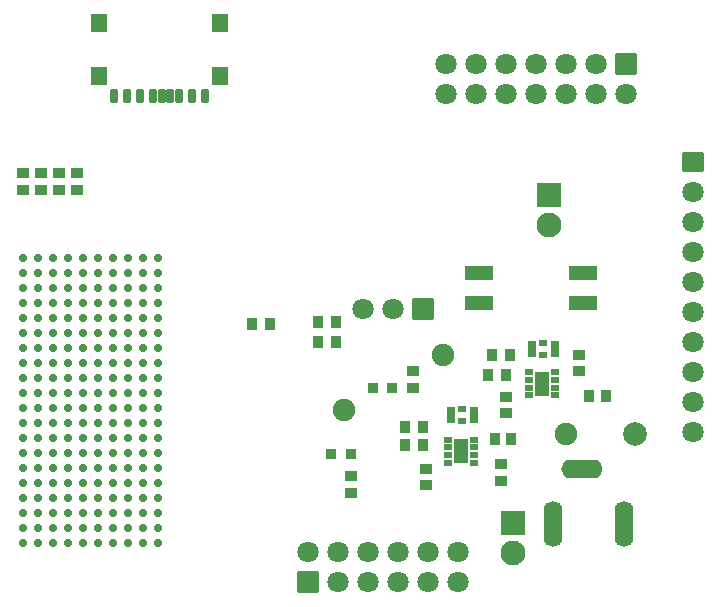
<source format=gts>
G04 Layer: TopSolderMaskLayer*
G04 EasyEDA Pro v2.2.40.8, 2025-08-03 21:23:04*
G04 Gerber Generator version 0.3*
G04 Scale: 100 percent, Rotated: No, Reflected: No*
G04 Dimensions in millimeters*
G04 Leading zeros omitted, absolute positions, 4 integers and 5 decimals*
G04 Generated by one-click*
%FSLAX45Y45*%
%MOMM*%
%AMRoundRect*1,1,$1,$2,$3*1,1,$1,$4,$5*1,1,$1,0-$2,0-$3*1,1,$1,0-$4,0-$5*20,1,$1,$2,$3,$4,$5,0*20,1,$1,$4,$5,0-$2,0-$3,0*20,1,$1,0-$2,0-$3,0-$4,0-$5,0*20,1,$1,0-$4,0-$5,$2,$3,0*4,1,4,$2,$3,$4,$5,0-$2,0-$3,0-$4,0-$5,$2,$3,0*%
%ADD10RoundRect,0.09131X-0.45514X-0.40514X-0.45514X0.40514*%
%ADD11RoundRect,0.09131X-0.40514X0.45514X0.40514X0.45514*%
%ADD12C,2.0016*%
%ADD13O,1.6016X3.90159*%
%ADD14O,3.50159X1.6016*%
%ADD15RoundRect,0.1002X-1.00234X-1.00234X-1.00234X1.00234*%
%ADD16RoundRect,0.09691X-1.00234X-1.00234X-1.00234X1.00234*%
%ADD17C,2.1016*%
%ADD18RoundRect,0.09618X-0.85271X0.85271X0.85271X0.85271*%
%ADD19C,1.8016*%
%ADD20RoundRect,0.09579X-0.8529X-0.7903X-0.8529X0.7903*%
%ADD21C,0.7416*%
%ADD22RoundRect,0.08875X-0.30643X0.63143X0.30643X0.63143*%
%ADD23RoundRect,0.08449X-0.30853X0.20856X0.30853X0.20856*%
%ADD24RoundRect,0.08449X-0.30856X0.20856X0.30856X0.20856*%
%ADD25RoundRect,0.09131X-0.40514X-0.40514X-0.40514X0.40514*%
%ADD26RoundRect,0.09138X-0.40835X0.43711X0.40835X0.43711*%
%ADD27RoundRect,0.09138X-0.43711X-0.40835X-0.43711X0.40835*%
%ADD28RoundRect,0.09231X-1.10384X-0.55384X-1.10384X0.55384*%
%ADD29C,1.9016*%
%ADD30RoundRect,0.0858X-0.33291X0.23291X0.33291X0.23291*%
%ADD31RoundRect,0.09368X-0.55396X-0.95396X-0.55396X0.95396*%
%ADD32RoundRect,0.08692X-0.25734X0.50734X0.25734X0.50734*%
%ADD33RoundRect,0.09473X-0.65343X0.70343X0.65343X0.70343*%
%ADD34C,1.80002*%
%ADD35RoundRect,0.09476X-0.85263X0.85263X0.85263X0.85263*%
G75*


G04 Pad Start*
G54D10*
G01X4432300Y1034898D03*
G01X4432300Y1174902D03*
G54D11*
G01X5315102Y1752600D03*
G01X5175098Y1752600D03*
G54D10*
G01X4470400Y1606398D03*
G01X4470400Y1746402D03*
G01X5092700Y2102002D03*
G01X5092700Y1961998D03*
G54D11*
G01X4515002Y1384300D03*
G01X4374998Y1384300D03*
G54D10*
G01X3797300Y996798D03*
G01X3797300Y1136802D03*
G54D12*
G01X5563964Y1429875D03*
G54D13*
G01X4868888Y669201D03*
G01X5468912Y669201D03*
G54D14*
G01X5118900Y1134199D03*
G54D16*
G01X4838700Y3454400D03*
G54D17*
G01X4838700Y3200400D03*
G54D18*
G01X3771900Y2489200D03*
G54D19*
G01X3517900Y2489200D03*
G01X3263900Y2489200D03*
G54D18*
G01X5486400Y4559300D03*
G54D19*
G01X5486400Y4305300D03*
G01X5232400Y4559300D03*
G01X5232400Y4305300D03*
G01X4978400Y4559300D03*
G01X4978400Y4305300D03*
G01X4724400Y4559300D03*
G01X4724400Y4305300D03*
G01X4470400Y4559300D03*
G01X4470400Y4305300D03*
G01X4216400Y4559300D03*
G01X4216400Y4305300D03*
G01X3962400Y4559300D03*
G01X3962400Y4305300D03*
G01X6057900Y1447800D03*
G01X6057900Y1701800D03*
G01X6057900Y1955800D03*
G01X6057900Y2209800D03*
G01X6057900Y2463800D03*
G01X6057900Y2717800D03*
G01X6057900Y2971800D03*
G01X6057900Y3225800D03*
G01X6057900Y3479800D03*
G54D20*
G01X6057900Y3733800D03*
G54D16*
G01X4533900Y673100D03*
G54D17*
G01X4533900Y419100D03*
G54D21*
G01X381000Y508000D03*
G01X381000Y635000D03*
G01X381000Y762000D03*
G01X381000Y889000D03*
G01X381000Y1016000D03*
G01X381000Y1143000D03*
G01X381000Y1270000D03*
G01X381000Y1397000D03*
G01X381000Y1524000D03*
G01X381000Y1651000D03*
G01X381000Y1778000D03*
G01X381000Y1905000D03*
G01X381000Y2032000D03*
G01X381000Y2159000D03*
G01X381000Y2286000D03*
G01X381000Y2413000D03*
G01X381000Y2540000D03*
G01X381000Y2667000D03*
G01X381000Y2794000D03*
G01X381000Y2921000D03*
G01X508000Y508000D03*
G01X508000Y635000D03*
G01X508000Y762000D03*
G01X508000Y889000D03*
G01X508000Y1016000D03*
G01X508000Y1143000D03*
G01X508000Y1270000D03*
G01X508000Y1397000D03*
G01X508000Y1524000D03*
G01X508000Y1651000D03*
G01X508000Y1778000D03*
G01X508000Y1905000D03*
G01X508000Y2032000D03*
G01X508000Y2159000D03*
G01X508000Y2286000D03*
G01X508000Y2413000D03*
G01X508000Y2540000D03*
G01X508000Y2667000D03*
G01X508000Y2794000D03*
G01X508000Y2921000D03*
G01X635000Y508000D03*
G01X635000Y635000D03*
G01X635000Y762000D03*
G01X635000Y889000D03*
G01X635000Y1016000D03*
G01X635000Y1143000D03*
G01X635000Y1270000D03*
G01X635000Y1397000D03*
G01X635000Y1524000D03*
G01X635000Y1651000D03*
G01X635000Y1778000D03*
G01X635000Y1905000D03*
G01X635000Y2032000D03*
G01X635000Y2159000D03*
G01X635000Y2286000D03*
G01X635000Y2413000D03*
G01X635000Y2540000D03*
G01X635000Y2667000D03*
G01X635000Y2794000D03*
G01X635000Y2921000D03*
G01X762000Y508000D03*
G01X762000Y635000D03*
G01X762000Y762000D03*
G01X762000Y889000D03*
G01X762000Y1016000D03*
G01X762000Y1143000D03*
G01X762000Y1270000D03*
G01X762000Y1397000D03*
G01X762000Y1524000D03*
G01X762000Y1651000D03*
G01X762000Y1778000D03*
G01X762000Y1905000D03*
G01X762000Y2032000D03*
G01X762000Y2159000D03*
G01X762000Y2286000D03*
G01X762000Y2413000D03*
G01X762000Y2540000D03*
G01X762000Y2667000D03*
G01X762000Y2794000D03*
G01X762000Y2921000D03*
G01X889000Y508000D03*
G01X889000Y635000D03*
G01X889000Y762000D03*
G01X889000Y889000D03*
G01X889000Y1016000D03*
G01X889000Y1143000D03*
G01X889000Y1270000D03*
G01X889000Y1397000D03*
G01X889000Y1524000D03*
G01X889000Y1651000D03*
G01X889000Y1778000D03*
G01X889000Y1905000D03*
G01X889000Y2032000D03*
G01X889000Y2159000D03*
G01X889000Y2286000D03*
G01X889000Y2413000D03*
G01X889000Y2540000D03*
G01X889000Y2667000D03*
G01X889000Y2794000D03*
G01X889000Y2921000D03*
G01X1016000Y508000D03*
G01X1016000Y635000D03*
G01X1016000Y762000D03*
G01X1016000Y889000D03*
G01X1016000Y1016000D03*
G01X1016000Y1143000D03*
G01X1016000Y1270000D03*
G01X1016000Y1397000D03*
G01X1016000Y1524000D03*
G01X1016000Y1651000D03*
G01X1016000Y1778000D03*
G01X1016000Y1905000D03*
G01X1016000Y2032000D03*
G01X1016000Y2159000D03*
G01X1016000Y2286000D03*
G01X1016000Y2413000D03*
G01X1016000Y2540000D03*
G01X1016000Y2667000D03*
G01X1016000Y2794000D03*
G01X1016000Y2921000D03*
G01X1143000Y508000D03*
G01X1143000Y635000D03*
G01X1143000Y762000D03*
G01X1143000Y889000D03*
G01X1143000Y1016000D03*
G01X1143000Y1143000D03*
G01X1143000Y1270000D03*
G01X1143000Y1397000D03*
G01X1143000Y1524000D03*
G01X1143000Y1651000D03*
G01X1143000Y1778000D03*
G01X1143000Y1905000D03*
G01X1143000Y2032000D03*
G01X1143000Y2159000D03*
G01X1143000Y2286000D03*
G01X1143000Y2413000D03*
G01X1143000Y2540000D03*
G01X1143000Y2667000D03*
G01X1143000Y2794000D03*
G01X1143000Y2921000D03*
G01X1270000Y508000D03*
G01X1270000Y635000D03*
G01X1270000Y762000D03*
G01X1270000Y889000D03*
G01X1270000Y1016000D03*
G01X1270000Y1143000D03*
G01X1270000Y1270000D03*
G01X1270000Y1397000D03*
G01X1270000Y1524000D03*
G01X1270000Y1651000D03*
G01X1270000Y1778000D03*
G01X1270000Y1905000D03*
G01X1270000Y2032000D03*
G01X1270000Y2159000D03*
G01X1270000Y2286000D03*
G01X1270000Y2413000D03*
G01X1270000Y2540000D03*
G01X1270000Y2667000D03*
G01X1270000Y2794000D03*
G01X1270000Y2921000D03*
G01X1397000Y508000D03*
G01X1397000Y635000D03*
G01X1397000Y762000D03*
G01X1397000Y889000D03*
G01X1397000Y1016000D03*
G01X1397000Y1143000D03*
G01X1397000Y1270000D03*
G01X1397000Y1397000D03*
G01X1397000Y1524000D03*
G01X1397000Y1651000D03*
G01X1397000Y1778000D03*
G01X1397000Y1905000D03*
G01X1397000Y2032000D03*
G01X1397000Y2159000D03*
G01X1397000Y2286000D03*
G01X1397000Y2413000D03*
G01X1397000Y2540000D03*
G01X1397000Y2667000D03*
G01X1397000Y2794000D03*
G01X1397000Y2921000D03*
G01X1524000Y508000D03*
G01X1524000Y635000D03*
G01X1524000Y762000D03*
G01X1524000Y889000D03*
G01X1524000Y1016000D03*
G01X1524000Y1143000D03*
G01X1524000Y1270000D03*
G01X1524000Y1397000D03*
G01X1524000Y1524000D03*
G01X1524000Y1651000D03*
G01X1524000Y1778000D03*
G01X1524000Y1905000D03*
G01X1524000Y2032000D03*
G01X1524000Y2159000D03*
G01X1524000Y2286000D03*
G01X1524000Y2413000D03*
G01X1524000Y2540000D03*
G01X1524000Y2667000D03*
G01X1524000Y2794000D03*
G01X1524000Y2921000D03*
G54D22*
G01X4687900Y2146300D03*
G54D23*
G01X4787900Y2095500D03*
G54D22*
G01X4887900Y2146300D03*
G54D24*
G01X4787900Y2197100D03*
G54D22*
G01X4002100Y1587500D03*
G54D23*
G01X4102100Y1536700D03*
G54D22*
G01X4202100Y1587500D03*
G54D24*
G01X4102100Y1638300D03*
G54D25*
G01X3508947Y1816113D03*
G01X3349054Y1816087D03*
G01X3158490Y1257300D03*
G01X2988310Y1257300D03*
G54D26*
G01X4318864Y1930400D03*
G01X4469536Y1930400D03*
G01X4356964Y2095500D03*
G01X4507636Y2095500D03*
G01X3620364Y1333500D03*
G01X3771036Y1333500D03*
G01X3620364Y1485900D03*
G01X3771036Y1485900D03*
G01X2324964Y2362200D03*
G01X2475636Y2362200D03*
G54D27*
G01X3683000Y1967636D03*
G01X3683000Y1816964D03*
G01X3162300Y927964D03*
G01X3162300Y1078636D03*
G54D26*
G01X2883764Y2374900D03*
G01X3034436Y2374900D03*
G01X2883764Y2209800D03*
G01X3034436Y2209800D03*
G54D27*
G01X838200Y3493364D03*
G01X838200Y3644036D03*
G01X685800Y3493364D03*
G01X685800Y3644036D03*
G01X533400Y3493364D03*
G01X533400Y3644036D03*
G01X381000Y3493364D03*
G01X381000Y3644036D03*
G54D28*
G01X5126299Y2540000D03*
G01X4246291Y2540000D03*
G01X5126299Y2794000D03*
G01X4246291Y2794000D03*
G54D29*
G01X4979764Y1432687D03*
G01X3938364Y2097900D03*
G01X3100164Y1632813D03*
G54D30*
G01X4889691Y1758064D03*
G01X4889691Y1823062D03*
G01X4889691Y1888061D03*
G01X4889691Y1953059D03*
G01X4664672Y1823062D03*
G01X4664672Y1758064D03*
G54D31*
G01X4777169Y1855574D03*
G54D30*
G01X4664672Y1953059D03*
G01X4664672Y1888061D03*
G54D32*
G01X1921701Y4288155D03*
G01X1811693Y4288155D03*
G01X1701711Y4288155D03*
G01X1626705Y4288155D03*
G01X1481696Y4288155D03*
G01X1371714Y4288155D03*
G01X1261707Y4288155D03*
G01X1151700Y4288155D03*
G01X1556703Y4288155D03*
G54D33*
G01X1026706Y4461662D03*
G01X1026706Y4906645D03*
G01X2046694Y4906645D03*
G01X2046694Y4461662D03*
G54D30*
G01X4203891Y1188316D03*
G01X4203891Y1253314D03*
G01X4203891Y1318313D03*
G01X4203891Y1383312D03*
G01X3978872Y1253314D03*
G01X3978872Y1188316D03*
G54D31*
G01X4091369Y1285826D03*
G54D30*
G01X3978872Y1383312D03*
G01X3978872Y1318313D03*
G54D34*
G01X4064000Y431800D03*
G01X4064000Y177800D03*
G01X3810000Y431800D03*
G01X3810000Y177800D03*
G01X3556000Y431800D03*
G01X3556000Y177800D03*
G01X3302000Y431800D03*
G01X3302000Y177800D03*
G01X3048000Y431800D03*
G01X3048000Y177800D03*
G01X2794000Y431800D03*
G54D35*
G01X2794000Y177800D03*
G04 Pad End*

M02*


</source>
